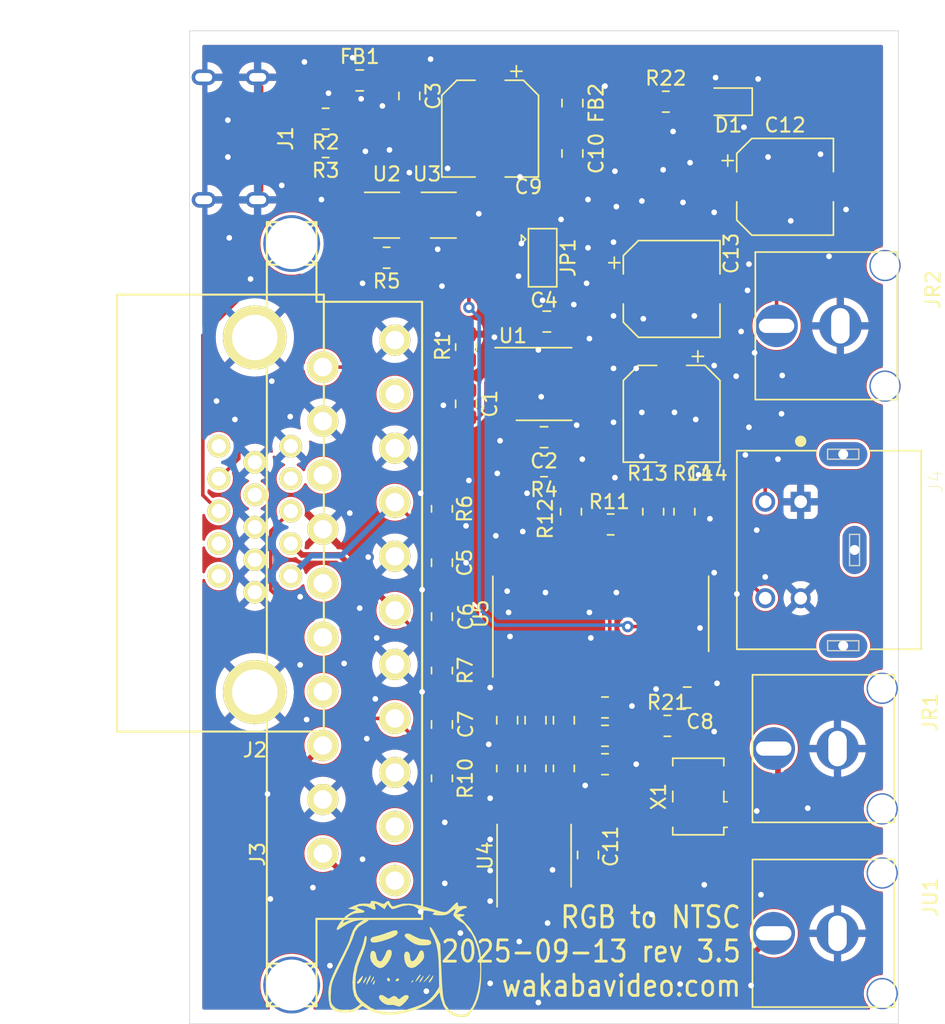
<source format=kicad_pcb>
(kicad_pcb (version 20241229) (generator "pcbnew") (generator_version "9.0")
  (layers (0 "F.Cu" signal) (2 "B.Cu" signal) (13 "F.Paste" user) (15 "B.Paste" user) (5 "F.SilkS" user "F.Silkscreen") (7 "B.SilkS" user "B.Silkscreen") (1 "F.Mask" user) (3 "B.Mask" user) (25 "Edge.Cuts" user))
  (net 0 "")
  (net 1 "/Red")
  (net 2 "Net-(U1-VIDEO)")
  (net 3 "/Green")
  (net 4 "/Blue")
  (net 5 "VCC")
  (net 6 "GND")
  (net 7 "+5V")
  (net 8 "/HSYNC")
  (net 9 "/VSYNC")
  (net 10 "VS")
  (net 11 "Net-(U1-INT)")
  (net 12 "/CSYNC")
  (net 13 "Net-(U4-In2)")
  (net 14 "Net-(U4-In3)")
  (net 15 "Net-(U4-In4)")
  (net 16 "Net-(JR2-In)")
  (net 17 "Net-(U5-R)")
  (net 18 "Net-(U5-G)")
  (net 19 "Net-(U5-B)")
  (net 20 "Net-(D1-A)")
  (net 21 "Net-(J1-CC1)")
  (net 22 "Net-(J1-CC2)")
  (net 29 "Net-(J3-AUD_IN_R)")
  (net 31 "Net-(J3-AUD_IN_L)")
  (net 36 "Net-(U5-Trap)")
  (net 37 "/SYNC")
  (net 38 "/STRIP_CSYNC")
  (net 39 "/VGA_CSYNC")
  (net 40 "Net-(U5-Comp)")
  (net 41 "Net-(U5-Luma)")
  (net 42 "Net-(C12-Pad1)")
  (net 43 "Net-(C13-Pad2)")
  (net 44 "Net-(C13-Pad1)")
  (net 45 "Net-(C14-Pad2)")
  (net 46 "Net-(C14-Pad1)")
  (net 47 "Net-(U2-Pad4)")
  (net 48 "Net-(U5-Chroma)")
  (net 49 "Net-(U4-Out2)")
  (net 50 "Net-(U4-Out3)")
  (net 51 "Net-(C15-Pad2)")
  (net 52 "Net-(C16-Pad2)")
  (net 53 "Net-(C17-Pad2)")
  (net 54 "Net-(U4-Out4)")
  (net 55 "Net-(U5-SCin)")
  (net 56 "Net-(X1-OUT)")
  (net 60 "Net-(FB1-Pad1)")
  (footprint "Capacitor_SMD:C_0805_2012Metric" (layer "F.Cu") (at 37.8 77.5 90)
    (property "Reference" "C5")
    (property "Value" "1u")
  )
  (footprint "Capacitor_SMD:C_0805_2012Metric" (layer "F.Cu") (at 37.8 81.3 -90)
    (property "Reference" "C6")
    (property "Value" "1u")
  )
  (footprint "Capacitor_SMD:C_0805_2012Metric" (layer "F.Cu") (at 37.8 88.9 -90)
    (property "Reference" "C7")
    (property "Value" "1u")
  )
  (footprint "Resistor_SMD:R_0805_2012Metric" (layer "F.Cu") (at 37.8 92.7 -90)
    (property "Reference" "R10")
    (property "Value" "75")
  )
  (footprint "custom_components:SCART_CONN" (layer "F.Cu") (at 29.4 98 -90)
    (property "Reference" "J3")
    (property "Value" "SCART_CONN")
  )
  (footprint "Capacitor_SMD:C_0805_2012Metric" (layer "F.Cu") (at 45.2 60.5 180)
    (property "Reference" "C4")
    (property "Value" "100n")
  )
  (footprint "Capacitor_SMD:C_0805_2012Metric" (layer "F.Cu") (at 55.1 87 180)
    (property "Reference" "C8")
    (property "Value" "100n")
  )
  (footprint "Capacitor_SMD:C_0805_2012Metric" (layer "F.Cu") (at 39.5 66.3 -90)
    (property "Reference" "C1")
    (property "Value" "100n")
  )
  (footprint "videobits:USB_C_Receptacle_Generic_Power_Only" (layer "F.Cu") (at 18.4 47.6 90)
    (property "Reference" "J1")
    (property "Value" "USB_C_Receptacle_Power")
  )
  (footprint "Resistor_SMD:R_0805_2012Metric" (layer "F.Cu") (at 39.5 62.3 90)
    (property "Reference" "R1")
    (property "Value" "75")
  )
  (footprint "Resistor_SMD:R_0805_2012Metric" (layer "F.Cu") (at 29.6 46.2 180)
    (property "Reference" "R2")
    (property "Value" "5k1")
  )
  (footprint "Resistor_SMD:R_0805_2012Metric" (layer "F.Cu") (at 29.6 48.2 180)
    (property "Reference" "R3")
    (property "Value" "5k1")
  )
  (footprint "Package_SO:SOIC-8_3.9x4.9mm_P1.27mm" (layer "F.Cu") (at 45 64.9)
    (property "Reference" "U1")
    (property "Value" "LM1881")
  )
  (footprint "custom_components:VGA_CONN" (layer "F.Cu") (at 24.6 75 -90)
    (property "Reference" "J2")
    (property "Value" "VGA")
  )
  (footprint "Capacitor_SMD:C_0805_2012Metric" (layer "F.Cu") (at 45 68.65 180)
    (property "Reference" "C2")
    (property "Value" "100n")
  )
  (footprint "Resistor_SMD:R_0805_2012Metric" (layer "F.Cu") (at 45 70.7 180)
    (property "Reference" "R4")
    (property "Value" "680k")
  )
  (footprint "videobits:Cheapo_RCA_single_edge" (layer "F.Cu") (at 69.7 90.6 -90)
    (property "Reference" "JR1")
    (property "Value" "Conn_Coaxial")
  )
  (footprint "videobits:Cheapo_RCA_single_edge" (layer "F.Cu") (at 69.7 103.62 -90)
    (property "Reference" "JU1")
    (property "Value" "Conn_Coaxial")
  )
  (footprint "Resistor_SMD:R_0805_2012Metric" (layer "F.Cu") (at 37.8 73.7 90)
    (property "Reference" "R6")
    (property "Value" "75")
  )
  (footprint "Resistor_SMD:R_0805_2012Metric" (layer "F.Cu") (at 37.8 85.1 -90)
    (property "Reference" "R7")
    (property "Value" "75")
  )
  (footprint "videobits:uwuriel" (layer "F.Cu") (at 35.2 105.4)
    (property "Reference" "GOTE1" (hide yes))
    (property "Value" "Fiducial" (hide yes))
  )
  (footprint "videobits:CUI_MD-40SM" (layer "F.Cu") (at 65.1 76.6 -90)
    (property "Reference" "J4")
    (property "Value" "Mini-DIN-4" (hide yes))
    (fp_line (start -7.1 0.1) (end -7.1 -2.1) (stroke (width 0.1)) (layer "Edge.Cuts"))
    (fp_line (start -6.4 0.1) (end -7.1 0.1) (stroke (width 0.1)) (layer "Edge.Cuts"))
    (fp_line (start 6.4 0.1) (end 6.4 -2.1) (stroke (width 0.1)) (layer "Edge.Cuts"))
    (fp_line (start 7.1 0.1) (end 6.4 0.1) (stroke (width 0.1)) (layer "Edge.Cuts"))
    (fp_line (start -1.1 -1.45) (end -1.1 -2.15) (stroke (width 0.1)) (layer "Edge.Cuts"))
    (fp_line (start 1.1 -1.45) (end -1.1 -1.45) (stroke (width 0.1)) (layer "Edge.Cuts"))
    (fp_line (start -7.1 -2.1) (end -6.4 -2.1) (stroke (width 0.1)) (layer "Edge.Cuts"))
    (fp_line (start -6.4 -2.1) (end -6.4 0.1) (stroke (width 0.1)) (layer "Edge.Cuts"))
    (fp_line (start 6.4 -2.1) (end 7.1 -2.1) (stroke (width 0.1)) (layer "Edge.Cuts"))
    (fp_line (start 7.1 -2.1) (end 7.1 0.1) (stroke (width 0.1)) (layer "Edge.Cuts"))
    (fp_line (start -1.1 -2.15) (end 1.1 -2.15) (stroke (width 0.1)) (layer "Edge.Cuts"))
    (fp_line (start 1.1 -2.15) (end 1.1 -1.45) (stroke (width 0.1)) (layer "Edge.Cuts"))
  )
  (footprint "videobits:Cheapo_RCA_single_edge" (layer "F.Cu") (at 69.9 60.8 -90)
    (property "Reference" "JR2")
    (property "Value" "Conn_Coaxial")
  )
  (footprint "Resistor_SMD:R_0805_2012Metric" (layer "F.Cu") (at 46.9 73.9 -90)
    (property "Reference" "R12")
    (property "Value" "75")
  )
  (footprint "Resistor_SMD:R_0805_2012Metric" (layer "F.Cu") (at 52.7 73.9 -90)
    (property "Reference" "R13")
    (property "Value" "75")
  )
  (footprint "Resistor_SMD:R_0805_2012Metric" (layer "F.Cu") (at 54.9 73.9 -90)
    (property "Reference" "R14")
    (property "Value" "75")
  )
  (footprint "Oscillator:Oscillator_SMD_EuroQuartz_XO53-4Pin_5.0x3.2mm" (layer "F.Cu") (at 55.88 93.98 90)
    (property "Reference" "X1")
    (property "Value" "S5D3.579545A20F30T")
  )
  (footprint "Capacitor_SMD:C_0805_2012Metric" (layer "F.Cu") (at 48.1 98.1 90)
    (property "Reference" "C11")
    (property "Value" "100n")
  )
  (footprint "Package_SO:SO-24_5.3x15mm_P1.27mm" (layer "F.Cu") (at 49 81.1 90)
    (property "Reference" "U5")
    (property "Value" "CXA2075")
  )
  (footprint "Jumper:SolderJumper-3_P1.3mm_Bridged12_Pad1.0x1.5mm" (layer "F.Cu") (at 44.9 56 -90)
    (property "Reference" "JP1")
    (property "Value" "Jumper_3_Bridged12")
  )
  (footprint "Resistor_SMD:R_0805_2012Metric" (layer "F.Cu") (at 33.9 56 180)
    (property "Reference" "R5")
    (property "Value" "1k")
  )
  (footprint "Package_TO_SOT_SMD:SOT-23-5" (layer "F.Cu") (at 33.9 53)
    (property "Reference" "U2")
    (property "Value" "74AHCT1G86")
  )
  (footprint "Package_TO_SOT_SMD:SOT-23-5" (layer "F.Cu") (at 37.9 53)
    (property "Reference" "U3")
    (property "Value" "74AHCT1G86")
  )
  (footprint "Capacitor_SMD:CP_Elec_6.3x5.4" (layer "F.Cu") (at 54 67 -90)
    (property "Reference" "C14")
    (property "Value" "220u")
  )
  (footprint "Capacitor_SMD:C_0805_2012Metric" (layer "F.Cu") (at 35.5 44.6 -90)
    (property "Reference" "C3")
    (property "Value" "100n")
  )
  (footprint "Capacitor_SMD:C_0805_2012Metric" (layer "F.Cu") (at 47 48.65 -90)
    (property "Reference" "C10")
    (property "Value" "10u")
  )
  (footprint "Resistor_SMD:R_0805_2012Metric" (layer "F.Cu") (at 49.3 91.7)
    (property "Reference" "R15" (hide yes))
    (property "Value" "180")
  )
  (footprint "Resistor_SMD:R_0805_2012Metric" (layer "F.Cu") (at 49.3 87.7)
    (property "Reference" "R16" (hide yes))
    (property "Value" "180")
  )
  (footprint "Resistor_SMD:R_0805_2012Metric" (layer "F.Cu") (at 49.3 89.7)
    (property "Reference" "R17" (hide yes))
    (property "Value" "180")
  )
  (footprint "Capacitor_SMD:C_0805_2012Metric" (layer "F.Cu") (at 42.4 88.6 -90)
    (property "Reference" "C15" (hide yes))
    (property "Value" "1u")
  )
  (footprint "Capacitor_SMD:C_0805_2012Metric" (layer "F.Cu") (at 44.4 88.6 -90)
    (property "Reference" "C16" (hide yes))
    (property "Value" "1u")
  )
  (footprint "Capacitor_SMD:C_0805_2012Metric" (layer "F.Cu") (at 46.4 88.6 -90)
    (property "Reference" "C17" (hide yes))
    (property "Value" "1u")
  )
  (footprint "Capacitor_SMD:CP_Elec_6.3x5.4" (layer "F.Cu") (at 62 51)
    (property "Reference" "C12")
    (property "Value" "220u")
  )
  (footprint "Resistor_SMD:R_0805_2012Metric" (layer "F.Cu") (at 42.4 92 -90)
    (property "Reference" "R18" (hide yes))
    (property "Value" "75")
  )
  (footprint "Resistor_SMD:R_0805_2012Metric" (layer "F.Cu") (at 44.4 92 -90)
    (property "Reference" "R19" (hide yes))
    (property "Value" "75")
  )
  (footprint "Resistor_SMD:R_0805_2012Metric" (layer "F.Cu") (at 46.4 92 -90)
    (property "Reference" "R20" (hide yes))
    (property "Value" "75")
  )
  (footprint "Capacitor_SMD:C_0805_2012Metric" (layer "F.Cu") (at 32 43.5)
    (property "Reference" "FB1")
    (property "Value" "Ferrite_Bead_Small")
  )
  (footprint "Resistor_SMD:R_0805_2012Metric" (layer "F.Cu") (at 53.7 89)
    (property "Reference" "R21")
    (property "Value" "1k")
  )
  (footprint "LED_SMD:LED_0805_2012Metric" (layer "F.Cu") (at 58 45 180)
    (property "Reference" "D1")
    (property "Value" "LED")
  )
  (footprint "Resistor_SMD:R_0805_2012Metric" (layer "F.Cu") (at 53.59 45)
    (property "Reference" "R22")
    (property "Value" "1k")
  )
  (footprint "Capacitor_SMD:CP_Elec_6.3x7.7" (layer "F.Cu") (at 41.2 46.9 -90)
    (property "Reference" "C9")
    (property "Value" "33u")
  )
  (footprint "Resistor_SMD:R_0805_2012Metric" (layer "F.Cu") (at 49.7 74.8 180)
    (property "Reference" "R11")
    (property "Value" "3k3")
  )
  (footprint "Capacitor_SMD:CP_Elec_6.3x5.4" (layer "F.Cu") (at 54 58.2)
    (property "Reference" "C13")
    (property "Value" "220u")
  )
  (footprint "Capacitor_SMD:C_0805_2012Metric" (layer "F.Cu") (at 47 45.1 -90)
    (property "Reference" "FB2")
    (property "Value" "Ferrite_Bead_Small")
  )
  (footprint "Package_SO:TSSOP-14_4.4x5mm_P0.65mm" (layer "F.Cu") (at 44.3 98.15 90)
    (property "Reference" "U4")
    (property "Value" "THS7374")
  )
  (gr_line (start 20 110) (end 20 40) (stroke (width 0.05)) (layer "Edge.Cuts"))
  (gr_line (start 20 40) (end 70 40) (stroke (width 0.05)) (layer "Edge.Cuts"))
  (gr_line (start 70 40) (end 70 110) (stroke (width 0.05)) (layer "Edge.Cuts"))
  (gr_line (start 70 110) (end 20 110) (stroke (width 0.05)) (layer "Edge.Cuts"))
  (gr_text "RGB to NTSC\n2025-09-13 rev 3.5\nwakabavideo.com" (at 59 104.9 0) (layer "F.SilkS") (effects (font (size 1.5 1.3) (thickness 0.2)) (justify right)))
  (segment (start 37.8 74.725) (end 35.97 74.725) (width 0.25) (layer "F.Cu") (net 1))
  (segment (start 35.97 74.725) (end 34.48 73.235) (width 0.25) (layer "F.Cu") (net 1))
  (segment (start 37.8 76.475) (end 37.8 74.725) (width 0.25) (layer "F.Cu") (net 1))
  (segment (start 28.58 77) (end 30.715 77) (width 0.4) (layer "B.Cu") (net 1))
  (segment (start 30.715 77) (end 34.48 73.235) (width 0.4) (layer "B.Cu") (net 1))
  (segment (start 27.14 78.44) (end 28.58 77) (width 0.4) (layer "B.Cu") (net 1))
  (segment (start 39.5 67.325) (end 40.3 67.325) (width 0.25) (layer "F.Cu") (net 2))
  (segment (start 41.45 64.265) (end 42.525 64.265) (width 0.25) (layer "F.Cu") (net 2))
  (segment (start 40.9 64.815) (end 41.45 64.265) (width 0.25) (layer "F.Cu") (net 2))
  (segment (start 42.485 64.225) (end 42.525 64.265) (width 0.25) (layer "F.Cu") (net 2))
  (segment (start 40.9 66.725) (end 40.9 64.815) (width 0.25) (layer "F.Cu") (net 2))
  (segment (start 40.3 67.325) (end 40.9 66.725) (width 0.25) (layer "F.Cu") (net 2))
  (segment (start 35.95 82.325) (end 34.48 80.855) (width 0.25) (layer "F.Cu") (net 3))
  (segment (start 37.8 82.325) (end 35.95 82.325) (width 0.25) (layer "F.Cu") (net 3))
  (segment (start 34.48 80.855) (end 30.574999 76.949999) (width 0.4) (layer "F.Cu") (net 3))
  (segment (start 30.449999 76.949999) (end 30.549999 76.949999) (width 0.4) (layer "F.Cu") (net 3))
  (segment (start 37.8 84.075) (end 37.8 82.325) (width 0.25) (layer "F.Cu") (net 3))
  (segment (start 30.574999 76.949999) (end 30.449999 76.949999) (width 0.4) (layer "F.Cu") (net 3))
  (segment (start 27.14 76.15) (end 27.939999 76.949999) (width 0.4) (layer "F.Cu") (net 3))
  (segment (start 27.939999 76.949999) (end 30.449999 76.949999) (width 0.4) (layer "F.Cu") (net 3))
  (segment (start 32.924366 88.475) (end 32.1 87.650634) (width 0.25) (layer "F.Cu") (net 4))
  (segment (start 30.2 81.1) (end 27.4 81.1) (width 0.25) (layer "F.Cu") (net 4))
  (segment (start 32.1 87.650634) (end 32.1 83) (width 0.25) (layer "F.Cu") (net 4))
  (segment (start 37.8 91.675) (end 37.8 89.925) (width 0.25) (layer "F.Cu") (net 4))
  (segment (start 34.48 88.475) (end 32.924366 88.475) (width 0.25) (layer "F.Cu") (net 4))
  (segment (start 25.725001 75.274999) (end 27.14 73.86) (width 0.25) (layer "F.Cu") (net 4))
  (segment (start 25.725001 79.425001) (end 25.725001 75.274999) (width 0.25) (layer "F.Cu") (net 4))
  (segment (start 35.93 89.925) (end 34.48 88.475) (width 0.25) (layer "F.Cu") (net 4))
  (segment (start 27.4 81.1) (end 25.725001 79.425001) (width 0.25) (layer "F.Cu") (net 4))
  (segment (start 32.1 83) (end 30.2 81.1) (width 0.25) (layer "F.Cu") (net 4))
  (segment (start 37.8 89.925) (end 35.93 89.925) (width 0.25) (layer "F.Cu") (net 4))
  (segment (start 55.985 83.575) (end 53.445 81.035) (width 0.25) (layer "F.Cu") (net 5))
  (segment (start 35.95 53) (end 35 52.05) (width 0.25) (layer "F.Cu") (net 5))
  (segment (start 51.6275 46.05) (end 52.6775 45) (width 0.25) (layer "F.Cu") (net 5))
  (segment (start 46.925001 58.401997) (end 46.925001 52.951999) (width 0.25) (layer "F.Cu") (net 5))
  (segment (start 45.525001 66.148001) (end 45.525001 63.969999) (width 0.25) (layer "F.Cu") (net 5))
  (segment (start 45.18001 78.651778) (end 45.18001 71.4932) (width 0.25) (layer "F.Cu") (net 5))
  (segment (start 45.998222 79.46999) (end 45.18001 78.651778) (width 0.25) (layer "F.Cu") (net 5))
  (segment (start 55.985 96.455) (end 54.78 95.25) (width 0.25) (layer "F.Cu") (net 5))
  (segment (start 39 52.05) (end 38.05 53) (width 0.25) (layer "F.Cu") (net 5))
  (segment (start 38.05 53) (end 36.8 53) (width 0.25) (layer "F.Cu") (net 5))
  (segment (start 55.985 96.915) (end 55.985 96.565) (width 0.25) (layer "F.Cu") (net 5))
  (segment (start 48.15 98.1) (end 54.8 98.1) (width 0.25) (layer "F.Cu") (net 5))
  (segment (start 45.6975 63.7975) (end 46.5 62.995) (width 0.25) (layer "F.Cu") (net 5))
  (segment (start 55.985 96.565) (end 55.985 91.635) (width 0.25) (layer "F.Cu") (net 5))
  (segment (start 35.855001 54.957499) (end 34.8125 56) (width 0.25) (layer "F.Cu") (net 5))
  (segment (start 46.15 60.5) (end 46.15 59.176998) (width 0.25) (layer "F.Cu") (net 5))
  (segment (start 44.92501 66.747992) (end 45.525001 66.148001) (width 0.25) (layer "F.Cu") (net 5))
  (segment (start 35.855001 53.164999) (end 35.855001 54.957499) (width 0.25) (layer "F.Cu") (net 5))
  (segment (start 46.765 79.765) (end 46.46999 79.46999) (width 0.25) (layer "F.Cu") (net 5))
  (segment (start 44.95 97.05) (end 46 98.1) (width 0.25) (layer "F.Cu") (net 5))
  (segment (start 46.15 60.5) (end 46.15 63.345) (width 0.25) (layer "F.Cu") (net 5))
  (segment (start 48.365 79.765) (end 46.765 79.765) (width 0.25) (layer "F.Cu") (net 5))
  (segment (start 56.01 96.59) (end 55.985 96.565) (width 0.25) (layer "F.Cu") (net 5))
  (segment (start 55.985 84.5625) (end 55.985 83.575) (width 0.25) (layer "F.Cu") (net 5))
  (segment (start 48.1 98.15) (end 48.15 98.1) (width 0.25) (layer "F.Cu") (net 5))
  (segment (start 39.1 52.05) (end 39 52.05) (width 0.25) (layer "F.Cu") (net 5))
  (segment (start 48.365 77.6375) (end 48.365 79.765) (width 0.25) (layer "F.Cu") (net 5))
  (segment (start 46.925001 52.951999) (end 45.475 51.501998) (width 0.25) (layer "F.Cu") (net 5))
  (segment (start 47 47.7) (end 45.475 49.225) (width 0.25) (layer "F.Cu") (net 5))
  (segment (start 48.365 79.765) (end 49.635 81.035) (width 0.25) (layer "F.Cu") (net 5))
  (segment (start 36.02 53) (end 35.855001 53.164999) (width 0.25) (layer "F.Cu") (net 5))
  (segment (start 42.65 52.05) (end 39 52.05) (width 0.25) (layer "F.Cu") (net 5))
  (segment (start 46.5 62.995) (end 47.475 62.995) (width 0.25) (layer "F.Cu") (net 5))
  (segment (start 47 46.05) (end 47 47.7) (width 0.25) (layer "F.Cu") (net 5))
  (segment (start 45.18001 71.4932) (end 44.92501 71.2382) (width 0.25) (layer "F.Cu") (net 5))
  (segment (start 36.8 53) (end 36.02 53) (width 0.25) (layer "F.Cu") (net 5))
  (segment (start 36.8 53) (end 35.95 53) (width 0.25) (layer "F.Cu") (net 5))
  (segment (start 56.98 95.25) (end 56.98 95.525) (width 0.25) (layer "F.Cu") (net 5))
  (segment (start 44.95 95.2875) (end 44.95 97.05) (width 0.25) (layer "F.Cu") (net 5))
  (segment (start 54.8 98.1) (end 55.985 96.915) (width 0.25) (layer "F.Cu") (net 5))
  (segment (start 48.1 99.05) (end 48.1 98.15) (width 0.25) (layer "F.Cu") (net 5))
  (segment (start 45.475 49.225) (end 42.65 52.05) (width 0.25) (layer "F.Cu") (net 5))
  (segment (start 45.525001 63.969999) (end 45.6975 63.7975) (width 0.25) (layer "F.Cu") (net 5))
  (segment (start 44.92501 71.2382) (end 44.92501 66.747992) (width 0.25) (layer "F.Cu") (net 5))
  (segment (start 53.445 81.035) (end 49.635 81.035) (width 0.25) (layer "F.Cu") (net 5))
  (segment (start 47 46.05) (end 51.6275 46.05) (width 0.25) (layer "F.Cu") (net 5))
  (segment (start 55.985 91.635) (end 55.985 84.5625) (width 0.25) (layer "F.Cu") (net 5))
  (segment (start 56.98 95.525) (end 55.985 96.52) (width 0.25) (layer "F.Cu") (net 5))
  (segment (start 55.985 96.52) (end 55.985 96.455) (width 0.25) (layer "F.Cu") (net 5))
  (segment (start 45.475 51.501998) (end 45.475 49.225) (width 0.25) (layer "F.Cu") (net 5))
  (segment (start 48.365 77.6375) (end 48.365 75.5225) (width 0.25) (layer "F.Cu") (net 5))
  (segment (start 46.15 59.176998) (end 46.925001 58.401997) (width 0.25) (layer "F.Cu") (net 5))
  (segment (start 49.635 81.035) (end 49.635 84.5625) (width 0.25) (layer "F.Cu") (net 5))
  (segment (start 48.365 75.5225) (end 48.6875 75.2) (width 0.25) (layer "F.Cu") (net 5))
  (segment (start 46 98.1) (end 48.15 98.1) (width 0.25) (layer "F.Cu") (net 5))
  (segment (start 55.985 96.565) (end 55.985 96.52) (width 0.25) (layer "F.Cu") (net 5))
  (segment (start 46.15 63.345) (end 45.6975 63.7975) (width 0.25) (layer "F.Cu") (net 5))
  (segment (start 46.46999 79.46999) (end 45.998222 79.46999) (width 0.25) (layer "F.Cu") (net 5))
  (segment (start 45.25 102.9) (end 45.35 103) (width 0.25) (layer "F.Cu") (net 6))
  (segment (start 45.6 99.15) (end 45.6 99.15) (width 0.25) (layer "F.Cu") (net 6))
  (segment (start 45.6 94.05) (end 45.75 93.9) (width 0.25) (layer "F.Cu") (net 6))
  (segment (start 45.6 95.2875) (end 45.6 94.05) (width 0.25) (layer "F.Cu") (net 6))
  (segment (start 44.95 101.0125) (end 44.95 99.55) (width 0.25) (layer "F.Cu") (net 6))
  (segment (start 44.95 102.6) (end 45.25 102.9) (width 0.25) (layer "F.Cu") (net 6))
  (segment (start 46.925001 49.774999) (end 47 49.7) (width 0.25) (layer "F.Cu") (net 6))
  (segment (start 45.6 101.0125) (end 45.6 102.7) (width 0.25) (layer "F.Cu") (net 6))
  (segment (start 45.6 101.0125) (end 45.6 99.15) (width 0.25) (layer "F.Cu") (net 6))
  (segment (start 44.95 101.0125) (end 44.95 102.6) (width 0.25) (layer "F.Cu") (net 6))
  (via (at 49.3 43.9) (size 0.8) (drill 0.4) (layers "F.Cu" "B.Cu") (net 6))
  (via (at 38.2 49.7) (size 0.8) (drill 0.4) (layers "F.Cu" "B.Cu") (net 6))
  (via (at 57 89.4) (size 0.8) (drill 0.4) (layers "F.Cu" "B.Cu") (net 6))
  (via (at 48.2 81) (size 0.8) (drill 0.4) (layers "F.Cu" "B.Cu") (net 6))
  (via (at 36.4 79.4) (size 0.8) (drill 0.4) (layers "F.Cu" "B.Cu") (net 6))
  (via (at 37.9 66.4) (size 0.8) (drill 0.4) (layers "F.Cu" "B.Cu") (net 6))
  (via (at 43.8 72.6) (size 0.8) (drill 0.4) (layers "F.Cu" "B.Cu") (net 6))
  (via (at 56.3 100.2) (size 0.8) (drill 0.4) (layers "F.Cu" "B.Cu") (net 6))
  (via (at 25.5 93.8) (size 0.8) (drill 0.4) (layers "F.Cu" "B.Cu") (net 6))
  (via (at 43.3 50.3) (size 0.8) (drill 0.4) (layers "F.Cu" "B.Cu") (net 6))
  (via (at 55.7 67.4) (size 0.8) (drill 0.4) (layers "F.Cu" "B.Cu") (net 6))
  (via (at 59.2 69.9) (size 0.8) (drill 0.4) (layers "F.Cu" "B.Cu") (net 6))
  (via (at 59.45 67.95) (size 0.8) (drill 0.4) (layers "F.Cu" "B.Cu") (net 6))
  (via (at 41.2 94.1) (size 0.8) (drill 0.4) (layers "F.Cu" "B.Cu") (net 6))
  (via (at 62.4 53.4) (size 0.8) (drill 0.4) (layers "F.Cu" "B.Cu") (net 6))
  (via (at 36.7 107.7) (size 0.8) (drill 0.4) (layers "F.Cu" "B.Cu") (net 6))
  (via (at 39.5 77.5) (size 0.8) (drill 0.4) (layers "F.Cu" "B.Cu") (net 6))
  (via (at 52.6 102.3) (size 0.8) (drill 0.4) (layers "F.Cu" "B.Cu") (net 6))
  (via (at 59.35 58.3) (size 0.8) (drill 0.4) (layers "F.Cu" "B.Cu") (net 6))
  (via (at 44.6 108.5) (size 0.8) (drill 0.4) (layers "F.Cu" "B.Cu") (net 6))
  (via (at 32 80.7) (size 0.8) (drill 0.4) (layers "F.Cu" "B.Cu") (net 6))
  (via (at 25.7 101.2) (size 0.8) (drill 0.4) (layers "F.Cu" "B.Cu") (net 6))
  (via (at 41.2 86.3) (size 0.8) (drill 0.4) (layers "F.Cu" "B.Cu") (net 6))
  (via (at 55.6 60.1) (size 0.8) (drill 0.4) (layers "F.Cu" "B.Cu") (net 6))
  (via (at 49.9 63.8) (size 0.8) (drill 0.4) (layers "F.Cu" "B.Cu") (net 6))
  (via (at 50.1 52.4) (size 0.8) (drill 0.4) (layers "F.Cu" "B.Cu") (net 6))
  (via (at 58.9 61.2) (size 0.8) (drill 0.4) (layers "F.Cu" "B.Cu") (net 6))
  (via (at 40.4 52.9) (size 0.8) (drill 0.4) (layers "F.Cu" "B.Cu") (net 6))
  (via (at 41.2 101.35) (size 0.8) (drill 0.4) (layers "F.Cu" "B.Cu") (net 6))
  (via (at 36.4 86.6) (size 0.8) (drill 0.4) (layers "F.Cu" "B.Cu") (net 6))
  (via (at 46.2 53.3) (size 0.8) (drill 0.4) (layers "F.Cu" "B.Cu") (net 6))
  (via (at 29.8 44.4) (size 0.8) (drill 0.4) (layers "F.Cu" "B.Cu") (net 6))
  (via (at 61.75 67) (size 0.8) (drill 0.4) (layers "F.Cu" "B.Cu") (net 6))
  (via (at 38 100.1) (size 0.8) (drill 0.4) (layers "F.Cu" "B.Cu") (net 6))
  (via (at 41.2 97) (size 0.8) (drill 0.4) (layers "F.Cu" "B.Cu") (net 6))
  (via (at 31.5 41.9) (size 0.8) (drill 0.4) (layers "F.Cu" "B.Cu") (net 6))
  (via (at 21.9 66.1) (size 0.8) (drill 0.4) (layers "F.Cu" "B.Cu") (net 6))
  (via (at 27.1 67.2) (size 0.8) (drill 0.4) (layers "F.Cu" "B.Cu") (net 6))
  (via (at 47.9 93.2) (size 0.8) (drill 0.4) (layers "F.Cu" "B.Cu") (net 6))
  (via (at 22.8 54.6) (size 0.8) (drill 0.4) (layers "F.Cu" "B.Cu") (net 6))
  (via (at 48.1 55.3) (size 0.8) (drill 0.4) (layers "F.Cu" "B.Cu") (net 6))
  (via (at 60.1 43.4) (size 0.8) (drill 0.4) (layers "F.Cu" "B.Cu") (net 6))
  (via (at 32.2 98.4) (size 0.8) (drill 0.4) (layers "F.Cu" "B.Cu") (net 6))
  (via (at 25.8 64.7) (size 0.8) (drill 0.4) (layers "F.Cu" "B.Cu") (net 6))
  (via (at 45.6 99.15) (size 0.8) (drill 0.4) (layers "F.Cu" "B.Cu") (net 6))
  (via (at 27.8 79.9) (size 0.8) (drill 0.4) (layers "F.Cu" "B.Cu") (net 6))
  (via (at 59.1 46.8) (size 0.8) (drill 0.4) (layers "F.Cu" "B.Cu") (net 6))
  (via (at 56 82.1) (size 0.8) (drill 0.4) (layers "F.Cu" "B.Cu") (net 6))
  (via (at 54.2 66.9) (size 0.8) (drill 0.4) (layers "F.Cu" "B.Cu") (net 6))
  (via (at 41.6 75.6) (size 0.8) (drill 0.4) (layers "F.Cu" "B.Cu") (net 6))
  (via (at 57.1 43.3) (size 0.8) (drill 0.4) (layers "F.Cu" "B.Cu") (net 6))
  (via (at 50 71.5) (size 0.8) (drill 0.4) (layers "F.Cu" "B.Cu") (net 6))
  (via (at 38 95.8) (size 0.8) (drill 0.4) (layers "F.Cu" "B.Cu") (net 6))
  (via (at 22.7 46.3) (size 0.8) (drill 0.4) (layers "F.Cu" "B.Cu") (net 6))
  (via (at 44.8 65.8) (size 0.8) (drill 0.4) (layers "F.Cu" "B.Cu") (net 6))
  (via (at 54.1 47.1) (size 0.8) (drill 0.4) (layers "F.Cu" "B.Cu") (net 6))
  (via (at 35.5 50) (size 0.8) (drill 0.4) (layers "F.Cu" "B.Cu") (net 6))
  (via (at 63.6 94.8) (size 0.8) (drill 0.4) (layers "F.Cu" "B.Cu") (net 6))
  (via (at 59.85 62.7) (size 0.8) (drill 0.4) (layers "F.Cu" "B.Cu") (net 6))
  (via (at 41.2 99.2) (size 0.8) (drill 0.4) (layers "F.Cu" "B.Cu") (net 6))
  (via (at 32.1 44.8) (size 0.8) (drill 0.4) (layers "F.Cu" "B.Cu") (net 6))
  (via (at 51.5 63.8) (size 0.8) (drill 0.4) (layers "F.Cu" "B.Cu") (net 6))
  (via (at 50 49.9) (size 0.8) (drill 0.4) (layers "F.Cu" "B.Cu") (net 6))
  (via (at 22.7 48.9) (size 0.8) (drill 0.4) (layers "F.Cu" "B.Cu") (net 6))
  (via (at 30.9 84.6) (size 0.8) (drill 0.4) (layers "F.Cu" "B.Cu") (net 6))
  (via (at 48.1 51.9) (size 0.8) (drill 0.4) (layers "F.Cu" "B.Cu") (net 6))
  (via (at 55.3 49.3) (size 0.8) (drill 0.4) (layers "F.Cu" "B.Cu") (net 6))
  (via (at 24.3 57.5) (size 0.8) (drill 0.4) (layers "F.Cu" "B.Cu") (net 6))
  (via (at 33.2 82.8) (size 0.8) (drill 0.4) (layers "F.Cu" "B.Cu") (net 6))
  (via (at 28.255027 88.554594) (size 0.8) (drill 0.4) (layers "F.Cu" "B.Cu") (net 6))
  (via (at 52 60.3) (size 0.8) (drill 0.4) (layers "F.Cu" "B.Cu") (net 6))
  (via (at 54.6 107.2) (size 0.8) (drill 0.4) (layers "F.Cu" "B.Cu") (net 6))
  (via (at 34.1 48.4) (size 0.8) (drill 0.4) (layers "F.Cu" "B.Cu") (net 6))
  (via (at 51.9 66.9) (size 0.8) (drill 0.4) (layers "F.Cu" "B.Cu") (net 6))
  (via (at 41.2 107.15) (size 0.8) (drill 0.4) (layers "F.Cu" "B.Cu") (net 6))
  (via (at 59.6 107.3) (size 0.8) (drill 0.4) (layers "F.Cu" "B.Cu") (net 6))
  (via (at 57.2 86) (size 0.8) (drill 0.4) (layers "F.Cu" "B.Cu") (net 6))
  (via (at 43.5 75.3) (size 0.8) (drill 0.4) (layers "F.Cu" "B.Cu") (net 6))
  (via (at 36.3 72.6) (size 0.8) (drill 0.4) (layers "F.Cu" "B.Cu") (net 6))
  (via (at 60.3 100.9) (size 0.8) (drill 0.4) (layers "F.Cu" "B.Cu") (net 6))
  (via (at 29.9 105.9) (size 0.8) (drill 0.4) (layers "F.Cu" "B.Cu") (net 6))
  (via (at 43.4 55) (size 0.8) (drill 0.4) (layers "F.Cu" "B.Cu") (net 6))
  (via (at 61.5 70.2) (size 0.8) (drill 0.4) (layers "F.Cu" "B.Cu") (net 6))
  (via (at 28.7 100.4) (size 0.8) (drill 0.4) (layers "F.Cu" "B.Cu") (net 6))
  (via (at 54.8 52.1) (size 0.8) (drill 0.4) (layers "F.Cu" "B.Cu") (net 6))
  (via (at 51.5 91.7) (size 0.8) (drill 0.4) (layers "F.Cu" "B.Cu") (net 6))
  (via (at 44.6 62.5) (size 0.8) (drill 0.4) (layers "F.Cu" "B.Cu") (net 6))
  (via (at 64.5 48.7) (size 0.8) (drill 0.4) (layers "F.Cu" "B.Cu") (net 6))
  (via (at 32.2 57.8) (size 0.8) (drill 0.4) (layers "F.Cu" "B.Cu") (net 6))
  (via (at 57 78.2) (size 0.8) (drill 0.4) (layers "F.Cu" "B.Cu") (net 6))
  (via (at 51.2 87.6) (size 0.8) (drill 0.4) (layers "F.Cu" "B.Cu") (net 6))
  (via (at 51.9 70) (size 0.8) (drill 0.4) (layers "F.Cu" "B.Cu") (net 6))
  (via (at 37 42) (size 0.8) (drill 0.4) (layers "F.Cu" "B.Cu") (net 6))
  (via (at 33.6 45.3) (size 0.8) (drill 0.4) (layers "F.Cu" "B.Cu") (net 6))
  (via (at 39.5 74.9) (size 0.8) (drill 0.4) (layers "F.Cu" "B.Cu") (net 6))
  (via (at 43.25 104.2) (size 0.8) (drill 0.4) (layers "F.Cu" "B.Cu") (net 6))
  (via (at 44.9 59) (size 0.8) (drill 0.4) (layers "F.Cu" "B.Cu") (net 6))
  (via (at 39.1 103.6) (size 0.8) (drill 0.4) (layers "F.Cu" "B.Cu") (net 6))
  (via (at 50.1 79.6) (size 0.8) (drill 0.4) (layers "F.Cu" "B.Cu") (net 6))
  (via (at 65.1 55.9) (size 0.8) (drill 0.4) (layers "F.Cu" "B.Cu") (net 6))
  (via (at 45.1 79.6) (size 0.8) (drill 0.4) (layers "F.Cu" "B.Cu") (net 6))
  (via (at 51.9 52) (size 0.8) (drill 0.4) (layers "F.Cu" "B.Cu") (net 6))
  (via (at 41.9 68.9) (size 0.8) (drill 0.4) (layers "F.Cu" "B.Cu") (net 6))
  (via (at 27.8 84.7) (size 0.8) (drill 0.4) (layers "F.Cu" "B.Cu") (net 6))
  (via (at 37.5 61.4) (size 0.8) (drill 0.4) (layers "F.Cu" "B.Cu") (net 6))
  (via (at 48.3 82.8) (size 0.8) (drill 0.4) (layers "F.Cu" "B.Cu") (net 6))
  (via (at 59.45 56.45) (size 0.8) (drill 0.4) (layers "F.Cu" "B.Cu") (net 6))
  (via (at 58.6 79.7) (size 0.8) (drill 0.4) (layers "F.Cu" "B.Cu") (net 6))
  (via (at 45.25 102.9) (size 0.8) (drill 0.4) (layers "F.Cu" "B.Cu") (net 6))
  (via (at 33.1 87.1) (size 0.8) (drill 0.4) (layers "F.Cu" "B.Cu") (net 6))
  (via (at 23.2 67.4) (size 0.8) (drill 0.4) (layers "F.Cu" "B.Cu") (net 6))
  (via (at 60 95) (size 0.8) (drill 0.4) (layers "F.Cu" "B.Cu") (net 6))
  (via (at 29.3 51.9) (size 0.8) (drill 0.4) (layers "F.Cu" "B.Cu") (net 6))
  (via (at 48 57.8) (size 0.8) (drill 0.4) (layers "F.Cu" "B.Cu") (net 6))
  (via (at 43.2 57.3) (size 0.8) (drill 0.4) (layers "F.Cu" "B.Cu") (net 6))
  (via (at 55.9 71.3) (size 0.8) (drill 0.4) (layers "F.Cu" "B.Cu") (net 6))
  (via (at 48.2 61.7) (size 0.8) (drill 0.4) (layers "F.Cu" "B.Cu") (net 6))
  (via (at 47.7 70.2) (size 0.8) (drill 0.4) (layers "F.Cu" "B.Cu") (net 6))
  (via (at 56.7 74.4) (size 0.8) (drill 0.4) (layers "F.Cu" "B.Cu") (net 6))
  (via (at 47.3 67.8) (size 0.8) (drill 0.4) (layers "F.Cu" "B.Cu") (net 6))
  (via (at 41.1 90.3) (size 0.8) (drill 0.4) (layers "F.Cu" "B.Cu") (net 6))
  (via (at 49.9 67.6) (size 0.8) (drill 0.4) (layers "F.Cu" "B.Cu") (net 6))
  (via (at 41.7 71.2) (size 0.8) (drill 0.4) (layers "F.Cu" "B.Cu") (net 6))
  (via (at 60.8 48.9) (size 0.8) (drill 0.4) (layers "F.Cu" "B.Cu") (net 6))
  (via (at 32.4 48.5) (size 0.8) (drill 0.4) (layers "F.Cu" "B.Cu") (net 6))
  (via (at 58.55 64.35) (size 0.8) (drill 0.4) (layers "F.Cu" "B.Cu") (net 6))
  (via (at 60 75.2) (size 0.8) (drill 0.4) (layers "F.Cu" "B.Cu") (net 6))
  (via (at 37.8 58) (size 0.8) (drill 0.4) (layers "F.Cu" "B.Cu") (net 6))
  (via (at 66.3 52.6) (size 0.8) (drill 0.4) (layers "F.Cu" "B.Cu") (net 6))
  (via (at 42.6 82.7) (size 0.8) (drill 0.4) (layers "F.Cu" "B.Cu") (net 6))
  (via (at 61.8 64.3) (size 0.8) (drill 0.4) (layers "F.Cu" "B.Cu") (net 6))
  (via (at 47.1 59.3) (size 0.8) (drill 0.4) (layers "F.Cu" "B.Cu") (net 6))
  (via (at 36.3 102.1) (size 0.8) (drill 0.4) (layers "F.Cu" "B.Cu") (net 6))
  (via (at 26.5 50.9) (size 0.8) (drill 0.4) (layers "F.Cu" "B.Cu") (net 6))
  (via (at 53.4 49.8) (size 0.8) (drill 0.4) (layers "F.Cu" "B.Cu") (net 6))
  (via (at 28.1 42.2) (size 0.8) (drill 0.4) (layers "F.Cu" "B.Cu") (net 6))
  (via (at 37.5 55.4) (size 0.8) (drill 0.4) (layers "F.Cu" "B.Cu") (net 6))
  (via (at 32.5 89.9) (size 0.8) (drill 0.4) (layers "F.Cu" "B.Cu") (net 6))
  (via (at 32.6 77.1) (size 0.8) (drill 0.4) (layers "F.Cu" "B.Cu") (net 6))
  (via (at 31.3 74) (size 0.8) (drill 0.4) (layers "F.Cu" "B.Cu") (net 6))
  (via (at 52.9 86.4) (size 0.8) (drill 0.4) (layers "F.Cu" "B.Cu") (net 6))
  (via (at 57 52.8) (size 0.8) (drill 0.4) (layers "F.Cu" "B.Cu") (net 6))
  (via (at 49.9 54.9) (size 0.8) (drill 0.4) (layers "F.Cu" "B.Cu") (net 6))
  (via (at 60.6 78.5) (size 0.8) (drill 0.4) (layers "F.Cu" "B.Cu") (net 6))
  (via (at 39.7 71.7) (size 0.8) (drill 0.4) (layers "F.Cu" "B.Cu") (net 6))
  (via (at 57 63.6) (size 0.8) (drill 0.4) (layers "F.Cu" "B.Cu") (net 6))
  (via (at 49.9 60.1) (size 0.8) (drill 0.4) (layers "F.Cu" "B.Cu") (net 6))
  (via (at 41.5 61.6) (size 0.8) (drill 0.4) (layers "F.Cu" "B.Cu") (net 6))
  (via (at 42.5 81) (size 0.8) (drill 0.4) (layers "F.Cu" "B.Cu") (net 6))
  (via (at 42.4 79.5) (size 0.8) (drill 0.4) (layers "F.Cu" "B.Cu") (net 6))
  (segment (start 46.95 44.2) (end 47 44.15) (width 0.25) (layer "F.Cu") (net 7))
  (segment (start 40.65 43.65) (end 41.2 44.2) (width 0.25) (layer "F.Cu") (net 7))
  (segment (start 32.95 43.5) (end 35.35 43.5) (width 0.25) (layer "F.Cu") (net 7))
  (segment (start 41.2 44.2) (end 46.95 44.2) (width 0.25) (layer "F.Cu") (net 7))
  (segment (start 35.5 43.65) (end 35.517009 43.667009) (width 0.25) (layer "F.Cu") (net 7))
  (segment (start 35.5 43.65) (end 40.65 43.65) (width 0.25) (layer "F.Cu") (net 7))
  (segment (start 35.35 43.5) (end 35.5 43.65) (width 0.25) (layer "F.Cu") (net 7))
  (segment (start 29.7 54.37) (end 32.02 52.05) (width 0.25) (layer "F.Cu") (net 8))
  (segment (start 20.934999 72.734999) (end 20.934999 61.473999) (width 0.25) (layer "F.Cu") (net 8))
  (segment (start 24.008998 58.4) (end 27.241002 58.4) (width 0.25) (layer "F.Cu") (net 8))
  (segment (start 20.934999 61.473999) (end 24.008998 58.4) (width 0.25) (layer "F.Cu") (net 8))
  (segment (start 22.06 73.86) (end 20.934999 72.734999) (width 0.25) (layer "F.Cu") (net 8))
  (segment (start 32.02 52.05) (end 32.8 52.05) (width 0.25) (layer "F.Cu") (net 8))
  (segment (start 29.7 55.941002) (end 29.7 54.37) (width 0.25) (layer "F.Cu") (net 8))
  (segment (start 27.241002 58.4) (end 29.7 55.941002) (width 0.25) (layer "F.Cu") (net 8))
  (segment (start 27.6 60.7) (end 31.4 56.9) (width 0.25) (layer "F.Cu") (net 9))
  (segment (start 31.4 53.62) (end 31.4 56.9) (width 0.25) (layer "F.Cu") (net 9))
  (segment (start 27.6 64.8) (end 27.6 60.7) (width 0.25) (layer "F.Cu") (net 9))
  (segment (start 23.474999 68.925001) (end 27.6 64.8) (width 0.25) (layer "F.Cu") (net 9))
  (segment (start 32.3 56) (end 32.875 56) (width 0.25) (layer "F.Cu") (net 9))
  (segment (start 31.4 56.9) (end 32.3 56) (width 0.25) (layer "F.Cu") (net 9))
  (segment (start 23.474999 70.155001) (end 23.474999 68.925001) (width 0.25) (layer "F.Cu") (net 9))
  (segment (start 32.8 53) (end 32.02 53) (width 0.25) (layer "F.Cu") (net 9))
  (segment (start 22.06 71.57) (end 23.474999 70.155001) (width 0.25) (layer "F.Cu") (net 9))
  (segment (start 32.02 53) (end 31.4 53.62) (width 0.25) (layer "F.Cu") (net 9))
  (segment (start 46.4 65.535) (end 47.475 65.535) (width 0.25) (layer "F.Cu") (net 11))
  (segment (start 46.025 65.91) (end 46.4 65.535) (width 0.25) (layer "F.Cu") (net 11))
  (segment (start 46.025 70.7) (end 46.025 65.91) (width 0.25) (layer "F.Cu") (net 11))
  (segment (start 39.5 63.325) (end 39.5 65.275) (width 0.25) (layer "F.Cu") (net 12))
  (segment (start 39.115 63.71) (end 39.5 63.325) (width 0.25) (layer "F.Cu") (net 12))
  (segment (start 29.4 63.71) (end 39.115 63.71) (width 0.25) (layer "F.Cu") (net 12))
  (segment (start 40.3 101.7) (end 40.9 102.3) (width 0.25) (layer "F.Cu") (net 13))
  (segment (start 43 101.75) (end 43 101.0125) (width 0.25) (layer "F.Cu") (net 13))
  (segment (start 40.3 80.95) (end 40.3 101.7) (width 0.25) (layer "F.Cu") (net 13))
  (segment (start 37.8 78.45) (end 40.3 80.95) (width 0.25) (layer "F.Cu") (net 13))
  (segment (start 42.45 102.3) (end 43 101.75) (width 0.25) (layer "F.Cu") (net 13))
  (segment (start 40.9 102.3) (end 42.45 102.3) (width 0.25) (layer "F.Cu") (net 13))
  (segment (start 39.7 82.25) (end 37.8 80.35) (width 0.25) (layer "F.Cu") (net 14))
  (segment (start 43.65 102) (end 42.85 102.8) (width 0.25) (layer "F.Cu") (net 14))
  (segment (start 43.65 101.0125) (end 43.65 102) (width 0.25) (layer "F.Cu") (net 14))
  (segment (start 39.7 101.95) (end 39.7 82.25) (width 0.25) (layer "F.Cu") (net 14))
  (segment (start 40.55 102.8) (end 39.7 101.95) (width 0.25) (layer "F.Cu") (net 14))
  (segment (start 42.85 102.8) (end 40.55 102.8) (width 0.25) (layer "F.Cu") (net 14))
  (segment (start 44.3 102.3) (end 44.3 101.0125) (width 0.25) (layer "F.Cu") (net 15))
  (segment (start 37.8 87.95) (end 39.1 89.25) (width 0.25) (layer "F.Cu") (net 15))
  (segment (start 39.1 102.25) (end 40.25 103.4) (width 0.25) (layer "F.Cu") (net 15))
  (segment (start 39.1 89.25) (end 39.1 102.25) (width 0.25) (layer "F.Cu") (net 15))
  (segment (start 43.2 103.4) (end 44.3 102.3) (width 0.25) (layer "F.Cu") (net 15))
  (segment (start 40.25 103.4) (end 43.2 103.4) (width 0.25) (layer "F.Cu") (net 15))
  (segment (start 64.8 53.5) (end 61.4 56.9) (width 0.25) (layer "F.Cu") (net 16))
  (segment (start 61.4 56.9) (end 61.4 60.8) (width 0.25) (layer "F.Cu") (net 16))
  (segment (start 64.8 51) (end 64.8 53.5) (width 0.25) (layer "F.Cu") (net 16))
  (segment (start 43.285 86.765) (end 43.285 84.5625) (width 0.25) (layer "F.Cu") (net 17))
  (segment (start 42.4 87.65) (end 43.285 86.765) (width 0.25) (layer "F.Cu") (net 17))
  (segment (start 44.4 87.65) (end 44.4 87) (width 0.25) (layer "F.Cu") (net 18))
  (segment (start 44.555 86.845) (end 44.555 84.5625) (width 0.25) (layer "F.Cu") (net 18))
  (segment (start 44.4 87) (end 44.555 86.845) (width 0.25) (layer "F.Cu") (net 18))
  (segment (start 45.825 84.5625) (end 45.825 87.075) (width 0.25) (layer "F.Cu") (net 19))
  (segment (start 45.825 87.075) (end 46.4 87.65) (width 0.25) (layer "F.Cu") (net 19))
  (segment (start 57.0625 45) (end 54.5025 45) (width 0.25) (layer "F.Cu") (net 20))
  (segment (start 24.95 47.1) (end 27.675 47.1) (width 0.25) (layer "F.Cu") (net 21))
  (segment (start 27.675 47.1) (end 28.575 46.2) (width 0.25) (layer "F.Cu") (net 21))
  (segment (start 24.95 48.1) (end 28.475 48.1) (width 0.25) (layer "F.Cu") (net 22))
  (segment (start 28.475 48.1) (end 28.575 48.2) (width 0.25) (layer "F.Cu") (net 22))
  (segment (start 61.5 97.3) (end 61.5 90.6) (width 0.4) (layer "F.Cu") (net 29))
  (segment (start 29.4 98) (end 36.5 105.1) (width 0.4) (layer "F.Cu") (net 29))
  (segment (start 53.7 105.1) (end 61.5 97.3) (width 0.4) (layer "F.Cu") (net 29))
  (segment (start 36.5 105.1) (end 53.7 105.1) (width 0.4) (layer "F.Cu") (net 29))
  (segment (start 61.2 103.62) (end 58.57 106.25) (width 0.4) (layer "F.Cu") (net 31))
  (segment (start 32.25 106.25) (end 26.7 100.7) (width 0.4) (layer "F.Cu") (net 31))
  (segment (start 26.7 100.7) (end 26.7 93.08) (width 0.4) (layer "F.Cu") (net 31))
  (segment (start 26.7 93.08) (end 29.4 90.38) (width 0.4) (layer "F.Cu") (net 31))
  (segment (start 58.57 106.25) (end 32.25 106.25) (width 0.4) (layer "F.Cu") (net 31))
  (segment (start 50.905 75.5925) (end 50.5125 75.2) (width 0.25) (layer "F.Cu") (net 36))
  (segment (start 50.905 77.6375) (end 50.905 75.5925) (width 0.25) (layer "F.Cu") (net 36))
  (segment (start 40.873002 56) (end 39.7 57.173002) (width 0.25) (layer "F.Cu") (net 37))
  (segment (start 52.8 82) (end 53.445 82.645) (width 0.25) (layer "F.Cu") (net 37))
  (segment (start 39.7 57.173002) (end 39.7 59.5) (width 0.25) (layer "F.Cu") (net 37))
  (segment (start 44.9 56) (end 40.873002 56) (width 0.25) (layer "F.Cu") (net 37))
  (segment (start 53.445 82.645) (end 53.445 84.5625) (width 0.25) (layer "F.Cu") (net 37))
  (segment (start 50.9 82) (end 52.8 82) (width 0.25) (layer "F.Cu") (net 37))
  (via (at 50.9 82) (size 0.8) (drill 0.4) (layers "F.Cu" "B.Cu") (net 37))
  (via (at 39.7 59.5) (size 0.8) (drill 0.4) (layers "F.Cu" "B.Cu") (net 37))
  (segment (start 40.425001 80.725001) (end 41.6 81.9) (width 0.25) (layer "B.Cu") (net 37))
  (segment (start 39.7 59.5) (end 40.425001 60.225001) (width 0.25) (layer "B.Cu") (net 37))
  (segment (start 40.425001 60.225001) (end 40.425001 80.725001) (width 0.25) (layer "B.Cu") (net 37))
  (segment (start 41.6 81.9) (end 50.8 81.9) (width 0.25) (layer "B.Cu") (net 37))
  (segment (start 50.8 81.9) (end 50.9 82) (width 0.25) (layer "B.Cu") (net 37))
  (segment (start 44.65 57.3) (end 44.9 57.3) (width 0.25) (layer "F.Cu") (net 38))
  (segment (start 42.525 59.425) (end 44.65 57.3) (width 0.25) (layer "F.Cu") (net 38))
  (segment (start 42.525 62.995) (end 42.525 59.425) (width 0.25) (layer "F.Cu") (net 38))
  (segment (start 39 53.95) (end 44.15 53.95) (width 0.25) (layer "F.Cu") (net 39))
  (segment (start 44.15 53.95) (end 44.9 54.7) (width 0.25) (layer "F.Cu") (net 39))
  (segment (start 47.095 77.6375) (end 47.095 75.0075) (width 0.25) (layer "F.Cu") (net 40))
  (segment (start 47.095 75.0075) (end 46.9 74.8125) (width 0.25) (layer "F.Cu") (net 40))
  (segment (start 52.175 75.3375) (end 52.7 74.8125) (width 0.25) (layer "F.Cu") (net 41))
  (segment (start 52.175 77.6375) (end 52.175 75.3375) (width 0.25) (layer "F.Cu") (net 41))
  (segment (start 46.9 72.9875) (end 49.12499 70.76251) (width 0.25) (layer "F.Cu") (net 42))
  (segment (start 50.1 51) (end 59.2 51) (width 0.25) (layer "F.Cu") (net 42))
  (segment (start 49.12499 51.97501) (end 50.1 51) (width 0.25) (layer "F.Cu") (net 42))
  (segment (start 49.12499 70.76251) (end 49.12499 51.97501) (width 0.25) (layer "F.Cu") (net 42))
  (segment (start 56.8 61.3) (end 60.6 65.1) (width 0.25) (layer "F.Cu") (net 43))
  (segment (start 56.8 59.3) (end 56.8 61.3) (width 0.25) (layer "F.Cu") (net 43))
  (segment (start 56.8 59) (end 56.8 59.3) (width 0.25) (layer "F.Cu") (net 43))
  (segment (start 60.6 65.1) (end 60.6 73.2) (width 0.25) (layer "F.Cu") (net 43))
  (segment (start 56.8 58.2) (end 56.8 59.3) (width 0.25) (layer "F.Cu") (net 43))
  (segment (start 52.5875 72.9875) (end 50.7 71.1) (width 0.25) (layer "F.Cu") (net 44))
  (segment (start 52.7 72.9875) (end 52.5875 72.9875) (width 0.25) (layer "F.Cu") (net 44))
  (segment (start 50.7 58.7) (end 51.2 58.2) (width 0.25) (layer "F.Cu") (net 44))
  (segment (start 50.7 71.1) (end 50.7 58.7) (width 0.25) (layer "F.Cu") (net 44))
  (segment (start 58.55 71.25) (end 58.8 71.5) (width 0.25) (layer "F.Cu") (net 45))
  (segment (start 58.8 71.5) (end 58.8 78.2) (width 0.25) (layer "F.Cu") (net 45))
  (segment (start 54 69.8) (end 57.1 69.8) (width 0.25) (layer "F.Cu") (net 45))
  (segment (start 57.1 69.8) (end 58.55 71.25) (width 0.25) (layer "F.Cu") (net 45))
  (segment (start 58.8 78.2) (end 60.6 80) (width 0.25) (layer "F.Cu") (net 45))
  (segment (start 54.9 72.9875) (end 54.32431 72.9875) (width 0.25) (layer "F.Cu") (net 46))
  (segment (start 54.32431 72.9875) (end 52.87499 71.53818) (width 0.25) (layer "F.Cu") (net 46))
  (segment (start 52.87499 71.53818) (end 52.87499 65.32501) (width 0.25) (layer "F.Cu") (net 46))
  (segment (start 52.87499 65.32501) (end 54 64.2) (width 0.25) (layer "F.Cu") (net 46))
  (segment (start 36.325 51) (end 36.8 51.475) (width 0.25) (layer "F.Cu") (net 47))
  (segment (start 36.8 51.475) (end 36.8 52.05) (width 0.25) (layer "F.Cu") (net 47))
  (segment (start 33.9 51.709998) (end 34.609998 51) (width 0.25) (layer "F.Cu") (net 47))
  (segment (start 35 53.95) (end 34.22 53.95) (width 0.25) (layer "F.Cu") (net 47))
  (segment (start 34.22 53.95) (end 33.9 53.63) (width 0.25) (layer "F.Cu") (net 47))
  (segment (start 34.609998 51) (end 36.325 51) (width 0.25) (layer "F.Cu") (net 47))
  (segment (start 33.9 53.63) (end 33.9 51.709998) (width 0.25) (layer "F.Cu") (net 47))
  (segment (start 53.445 76.2675) (end 54.9 74.8125) (width 0.25) (layer "F.Cu") (net 48))
  (segment (start 53.445 77.6375) (end 53.445 76.2675) (width 0.25) (layer "F.Cu") (net 48))
  (segment (start 43 93.5125) (end 42.4 92.9125) (width 0.25) (layer "F.Cu") (net 49))
  (segment (start 43 95.2875) (end 43 93.5125) (width 0.25) (layer "F.Cu") (net 49))
  (segment (start 43.65 93.6625) (end 44.4 92.9125) (width 0.25) (layer "F.Cu") (net 50))
  (segment (start 43.65 95.2875) (end 43.65 93.6625) (width 0.25) (layer "F.Cu") (net 50))
  (segment (start 43.23751 91.92501) (end 42.4 91.0875) (width 0.25) (layer "F.Cu") (net 51))
  (segment (start 42.4 91.0875) (end 42.4 89.55) (width 0.25) (layer "F.Cu") (net 51))
  (segment (start 48.3875 91.7) (end 47.4 91.7) (width 0.25) (layer "F.Cu") (net 51))
  (segment (start 47.17499 91.92501) (end 43.23751 91.92501) (width 0.25) (layer "F.Cu") (net 51))
  (segment (start 47.4 91.7) (end 47.17499 91.92501) (width 0.25) (layer "F.Cu") (net 51))
  (segment (start 47.61249 88.47501) (end 48.3875 87.7) (width 0.25) (layer "F.Cu") (net 52))
  (segment (start 45.47499 88.47501) (end 47.61249 88.47501) (width 0.25) (layer "F.Cu") (net 52))
  (segment (start 44.4 89.55) (end 45.47499 88.47501) (width 0.25) (layer "F.Cu") (net 52))
  (segment (start 44.4 91.0875) (end 44.4 89.55) (width 0.25) (layer "F.Cu") (net 52))
  (segment (start 46.4 89.55) (end 48.2375 89.55) (width 0.25) (layer "F.Cu") (net 53))
  (segment (start 46.4 91.0875) (end 46.4 89.55) (width 0.25) (layer "F.Cu") (net 53))
  (segment (start 48.2375 89.55) (end 48.3875 89.7) (width 0.25) (layer "F.Cu") (net 53))
  (segment (start 44.3 94.598942) (end 45.986442 92.9125) (width 0.25) (layer "F.Cu") (net 54))
  (segment (start 45.986442 92.9125) (end 46.4 92.9125) (width 0.25) (layer "F.Cu") (net 54))
  (segment (start 44.3 95.2875) (end 44.3 94.598942) (width 0.25) (layer "F.Cu") (net 54))
  (segment (start 52.7875 87.4875) (end 51.8 86.5) (width 0.25) (layer "F.Cu") (net 55))
  (segment (start 52.7875 89) (end 52.7875 87.4875) (width 0.25) (layer "F.Cu") (net 55))
  (segment (start 48.365 85.365) (end 49.1 86.1) (width 0.25) (layer "F.Cu") (net 55))
  (segment (start 51.4 86.1) (end 51.8 86.5) (width 0.25) (layer "F.Cu") (net 55))
  (segment (start 48.365 84.5625) (end 48.365 85.365) (width 0.25) (layer "F.Cu") (net 55))
  (segment (start 51.8 86.5) (end 52 86.7) (width 0.25) (layer "F.Cu") (net 55))
  (segment (start 49.1 86.1) (end 51.4 86.1) (width 0.25) (layer "F.Cu") (net 55))
  (segment (start 54.78 89.1675) (end 54.6125 89) (width 0.25) (layer "F.Cu") (net 56))
  (segment (start 54.78 92.71) (end 54.78 89.1675) (width 0.25) (layer "F.Cu") (net 56))
  (segment (start 24.1 46.08) (end 24.95 46.08) (width 0.25) (layer "F.Cu") (net 60))
  (segment (start 31.05 43.5) (end 28.38 43.5) (width 0.25) (layer "F.Cu") (net 60))
  (segment (start 25.8 46.08) (end 24.95 46.08) (width 0.25) (layer "F.Cu") (net 60))
  (segment (start 24.1 49.12) (end 23.7 48.72) (width 0.25) (layer "F.Cu") (net 60))
  (segment (start 28.38 43.5) (end 25.8 46.08) (width 0.25) (layer "F.Cu") (net 60))
  (segment (start 24.95 49.12) (end 24.1 49.12) (width 0.25) (layer "F.Cu") (net 60))
  (segment (start 23.7 48.72) (end 23.7 46.48) (width 0.25) (layer "F.Cu") (net 60))
  (segment (start 23.7 46.48) (end 24.1 46.08) (width 0.25) (layer "F.Cu") (net 60))
  (zone (net 6) (net_name "GND") (layer "F.Cu") (connect_pads (clearance 0.2)) (min_thickness 0.2) (fill yes (thermal_gap 0.508) (thermal_bridge_width 0.508) (smoothing fillet))
    (polygon (pts (xy 20.9 41) (xy 68.9 41) (xy 68.9 109) (xy 20.9 109)))
  )
  (zone (net 6) (net_name "GND") (layer "B.Cu") (connect_pads (clearance 0.25)) (min_thickness 0.254) (fill yes (thermal_gap 0.508) (thermal_bridge_width 0.508) (smoothing fillet))
    (polygon (pts (xy 20.9 41) (xy 68.9 41) (xy 68.9 109) (xy 20.9 109)))
  )
)
</source>
